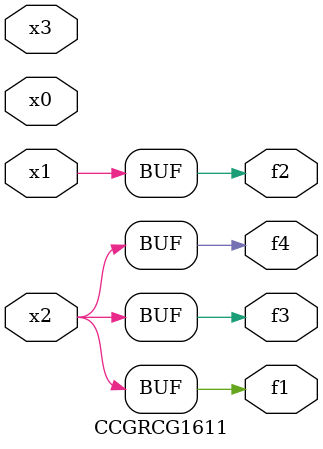
<source format=v>
module CCGRCG1611(
	input x0, x1, x2, x3,
	output f1, f2, f3, f4
);
	assign f1 = x2;
	assign f2 = x1;
	assign f3 = x2;
	assign f4 = x2;
endmodule

</source>
